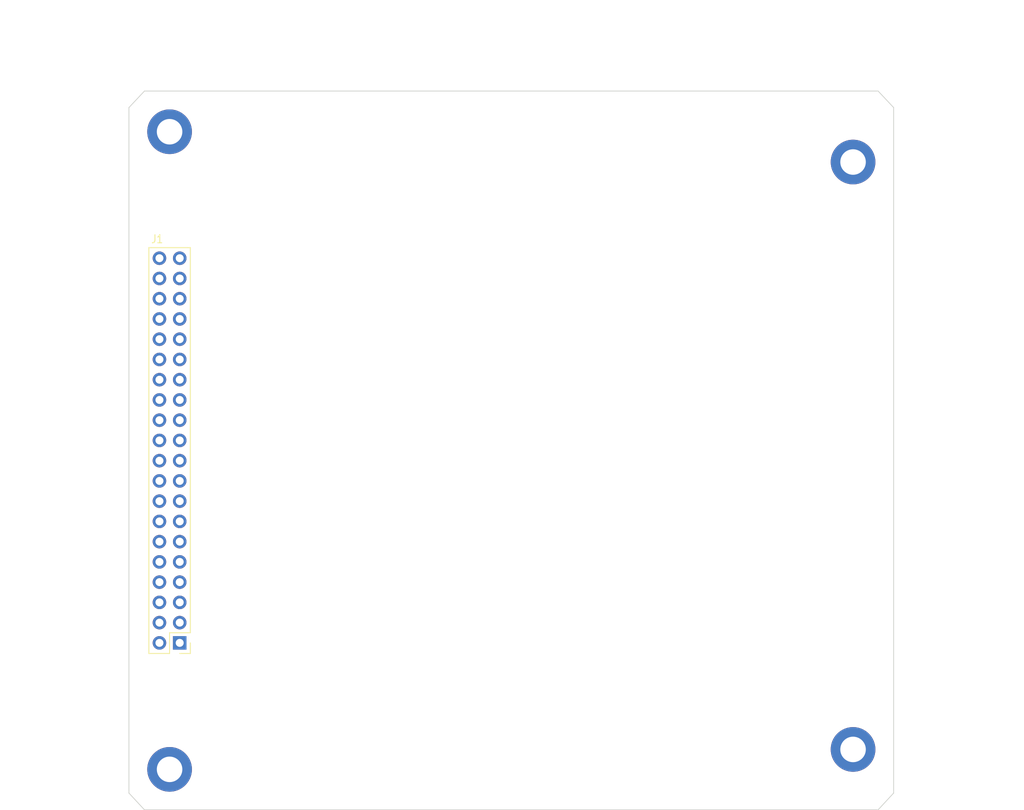
<source format=kicad_pcb>
(kicad_pcb (version 20240108) (generator "pcbnew") (generator_version "8.0")
  (title_block (title "NyanSat: Bare Board") (rev "1") (company "Oakwood School"))
  (layers (0 "F.Cu" signal) (1 "In1.Cu" power) (2 "In2.Cu" power) (3 "In3.Cu" signal) (4 "In4.Cu" signal) (31 "B.Cu" signal) (34 "B.Paste" user) (35 "F.Paste" user) (36 "B.SilkS" user "B.Silkscreen") (37 "F.SilkS" user "F.Silkscreen") (38 "B.Mask" user) (39 "F.Mask" user) (44 "Edge.Cuts" user))
  (net 0 "")
  (footprint "MountingHole:MountingHole_3.2mm_M3_DIN965_Pad" (layer "F.Cu") (at 191.655 67.13 180)
    (property "Reference" "H102" (hide yes))
    (property "Value" "MountingHole_Pad")
    (pad "1" thru_hole circle (at 0 0 180) (size 5.6 5.6) (drill 3.2) (layers "*.Cu" "*.Mask"))
  )
  (footprint "MountingHole:MountingHole_3.2mm_M3_DIN965_Pad" (layer "F.Cu") (at 191.655 140.83 180)
    (property "Reference" "H101" (hide yes))
    (property "Value" "MountingHole_Pad")
    (pad "1" thru_hole circle (at 0 0 180) (size 5.6 5.6) (drill 3.2) (layers "*.Cu" "*.Mask"))
  )
  (footprint "MountingHole:MountingHole_3.2mm_M3_DIN965_Pad" (layer "F.Cu") (at 105.955 63.33 180)
    (property "Reference" "H104" (hide yes))
    (property "Value" "MountingHole_Pad")
    (pad "1" thru_hole circle (at 0 0 180) (size 5.6 5.6) (drill 3.2) (layers "*.Cu" "*.Mask"))
  )
  (footprint "Connector_PinHeader_2.54mm:PinHeader_2x20_P2.54mm_Vertical" (layer "F.Cu") (at 107.225 127.46 180)
    (property "Reference" "J1" (at 2.825 50.66 180) (layer "F.SilkS") (effects (font (size 1 0.85) (thickness 0.13) (bold yes))))
    (property "Value" "Conn_02x20_Odd_Even" (hide yes))
    (fp_line (start 3.87 -1.33) (end 3.87 49.59) (stroke (width 0.12)) (layer "F.SilkS"))
    (fp_line (start 1.27 1.27) (end 1.27 -1.33) (stroke (width 0.12)) (layer "F.SilkS"))
    (fp_line (start 1.27 -1.33) (end 3.87 -1.33) (stroke (width 0.12)) (layer "F.SilkS"))
    (fp_line (start -1.33 49.59) (end 3.87 49.59) (stroke (width 0.12)) (layer "F.SilkS"))
    (fp_line (start -1.33 1.27) (end 1.27 1.27) (stroke (width 0.12)) (layer "F.SilkS"))
    (fp_line (start -1.33 1.27) (end -1.33 49.59) (stroke (width 0.12)) (layer "F.SilkS"))
    (fp_line (start -1.33 0) (end -1.33 -1.33) (stroke (width 0.12)) (layer "F.SilkS"))
    (fp_line (start -1.33 -1.33) (end 0 -1.33) (stroke (width 0.12)) (layer "F.SilkS"))
    (pad "1" thru_hole rect (at 0 0 180) (size 1.7 1.7) (drill 1) (layers "*.Cu" "*.Mask"))
    (pad "2" thru_hole oval (at 2.54 0 180) (size 1.7 1.7) (drill 1) (layers "*.Cu" "*.Mask"))
    (pad "3" thru_hole oval (at 0 2.54 180) (size 1.7 1.7) (drill 1) (layers "*.Cu" "*.Mask"))
    (pad "4" thru_hole oval (at 2.54 2.54 180) (size 1.7 1.7) (drill 1) (layers "*.Cu" "*.Mask"))
    (pad "5" thru_hole oval (at 0 5.08 180) (size 1.7 1.7) (drill 1) (layers "*.Cu" "*.Mask"))
    (pad "6" thru_hole oval (at 2.54 5.08 180) (size 1.7 1.7) (drill 1) (layers "*.Cu" "*.Mask"))
    (pad "7" thru_hole oval (at 0 7.62 180) (size 1.7 1.7) (drill 1) (layers "*.Cu" "*.Mask"))
    (pad "8" thru_hole oval (at 2.54 7.62 180) (size 1.7 1.7) (drill 1) (layers "*.Cu" "*.Mask"))
    (pad "9" thru_hole oval (at 0 10.16 180) (size 1.7 1.7) (drill 1) (layers "*.Cu" "*.Mask"))
    (pad "10" thru_hole oval (at 2.54 10.16 180) (size 1.7 1.7) (drill 1) (layers "*.Cu" "*.Mask"))
    (pad "11" thru_hole oval (at 0 12.7 180) (size 1.7 1.7) (drill 1) (layers "*.Cu" "*.Mask"))
    (pad "12" thru_hole oval (at 2.54 12.7 180) (size 1.7 1.7) (drill 1) (layers "*.Cu" "*.Mask"))
    (pad "13" thru_hole oval (at 0 15.24 180) (size 1.7 1.7) (drill 1) (layers "*.Cu" "*.Mask"))
    (pad "14" thru_hole oval (at 2.54 15.24 180) (size 1.7 1.7) (drill 1) (layers "*.Cu" "*.Mask"))
    (pad "15" thru_hole oval (at 0 17.78 180) (size 1.7 1.7) (drill 1) (layers "*.Cu" "*.Mask"))
    (pad "16" thru_hole oval (at 2.54 17.78 180) (size 1.7 1.7) (drill 1) (layers "*.Cu" "*.Mask"))
    (pad "17" thru_hole oval (at 0 20.32 180) (size 1.7 1.7) (drill 1) (layers "*.Cu" "*.Mask"))
    (pad "18" thru_hole oval (at 2.54 20.32 180) (size 1.7 1.7) (drill 1) (layers "*.Cu" "*.Mask"))
    (pad "19" thru_hole oval (at 0 22.86 180) (size 1.7 1.7) (drill 1) (layers "*.Cu" "*.Mask"))
    (pad "20" thru_hole oval (at 2.54 22.86 180) (size 1.7 1.7) (drill 1) (layers "*.Cu" "*.Mask"))
    (pad "21" thru_hole oval (at 0 25.4 180) (size 1.7 1.7) (drill 1) (layers "*.Cu" "*.Mask"))
    (pad "22" thru_hole oval (at 2.54 25.4 180) (size 1.7 1.7) (drill 1) (layers "*.Cu" "*.Mask"))
    (pad "23" thru_hole oval (at 0 27.94 180) (size 1.7 1.7) (drill 1) (layers "*.Cu" "*.Mask"))
    (pad "24" thru_hole oval (at 2.54 27.94 180) (size 1.7 1.7) (drill 1) (layers "*.Cu" "*.Mask"))
    (pad "25" thru_hole oval (at 0 30.48 180) (size 1.7 1.7) (drill 1) (layers "*.Cu" "*.Mask"))
    (pad "26" thru_hole oval (at 2.54 30.48 180) (size 1.7 1.7) (drill 1) (layers "*.Cu" "*.Mask"))
    (pad "27" thru_hole oval (at 0 33.02 180) (size 1.7 1.7) (drill 1) (layers "*.Cu" "*.Mask"))
    (pad "28" thru_hole oval (at 2.54 33.02 180) (size 1.7 1.7) (drill 1) (layers "*.Cu" "*.Mask"))
    (pad "29" thru_hole oval (at 0 35.56 180) (size 1.7 1.7) (drill 1) (layers "*.Cu" "*.Mask"))
    (pad "30" thru_hole oval (at 2.54 35.56 180) (size 1.7 1.7) (drill 1) (layers "*.Cu" "*.Mask"))
    (pad "31" thru_hole oval (at 0 38.1 180) (size 1.7 1.7) (drill 1) (layers "*.Cu" "*.Mask"))
    (pad "32" thru_hole oval (at 2.54 38.1 180) (size 1.7 1.7) (drill 1) (layers "*.Cu" "*.Mask"))
    (pad "33" thru_hole oval (at 0 40.64 180) (size 1.7 1.7) (drill 1) (layers "*.Cu" "*.Mask"))
    (pad "34" thru_hole oval (at 2.54 40.64 180) (size 1.7 1.7) (drill 1) (layers "*.Cu" "*.Mask"))
    (pad "35" thru_hole oval (at 0 43.18 180) (size 1.7 1.7) (drill 1) (layers "*.Cu" "*.Mask"))
    (pad "36" thru_hole oval (at 2.54 43.18 180) (size 1.7 1.7) (drill 1) (layers "*.Cu" "*.Mask"))
    (pad "37" thru_hole oval (at 0 45.72 180) (size 1.7 1.7) (drill 1) (layers "*.Cu" "*.Mask"))
    (pad "38" thru_hole oval (at 2.54 45.72 180) (size 1.7 1.7) (drill 1) (layers "*.Cu" "*.Mask"))
    (pad "39" thru_hole oval (at 0 48.26 180) (size 1.7 1.7) (drill 1) (layers "*.Cu" "*.Mask"))
    (pad "40" thru_hole oval (at 2.54 48.26 180) (size 1.7 1.7) (drill 1) (layers "*.Cu" "*.Mask"))
  )
  (footprint "MountingHole:MountingHole_3.2mm_M3_DIN965_Pad" (layer "F.Cu") (at 105.955 143.33 180)
    (property "Reference" "H103" (hide yes))
    (property "Value" "MountingHole_Pad")
    (pad "1" thru_hole circle (at 0 0 180) (size 5.6 5.6) (drill 3.2) (layers "*.Cu" "*.Mask"))
  )
  (gr_line (start 196.745 60.3) (end 196.745 146.3) (stroke (width 0.1)) (layer "Edge.Cuts"))
  (gr_line (start 196.745 146.3) (end 194.799984 148.399985) (stroke (width 0.1)) (layer "Edge.Cuts"))
  (gr_line (start 100.855 146.3) (end 100.855 60.3) (stroke (width 0.1)) (layer "Edge.Cuts"))
  (gr_line (start 194.8 148.4) (end 102.8 148.4) (stroke (width 0.1)) (layer "Edge.Cuts"))
  (gr_line (start 102.8 148.4) (end 100.854984 146.300015) (stroke (width 0.1)) (layer "Edge.Cuts"))
  (gr_line (start 100.855 60.3) (end 102.8 58.23) (stroke (width 0.1)) (layer "Edge.Cuts"))
  (gr_line (start 102.8 58.23) (end 194.8 58.23) (stroke (width 0.1)) (layer "Edge.Cuts"))
  (gr_line (start 196.745 60.3) (end 194.8 58.23) (stroke (width 0.1)) (layer "Edge.Cuts"))
)
</source>
